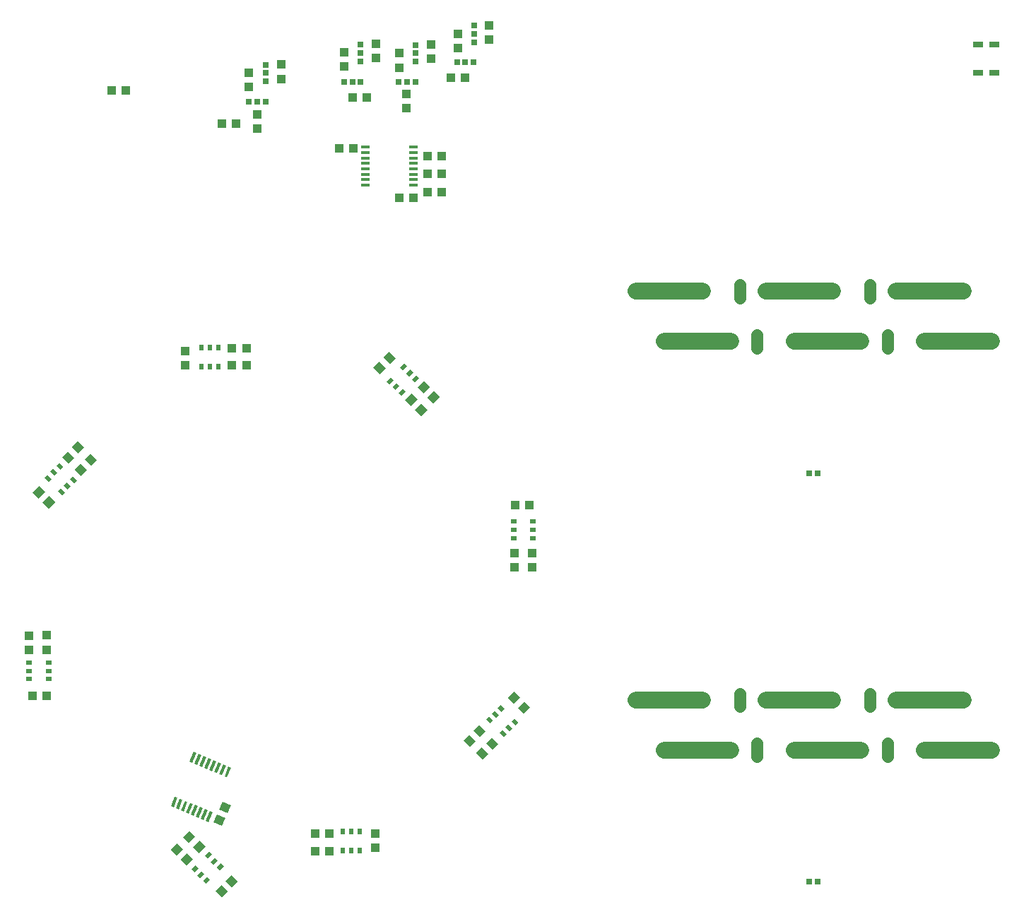
<source format=gbr>
G04 EAGLE Gerber RS-274X export*
G75*
%MOMM*%
%FSLAX34Y34*%
%LPD*%
%INSolderpaste Top*%
%IPPOS*%
%AMOC8*
5,1,8,0,0,1.08239X$1,22.5*%
G01*
%ADD10C,2.000000*%
%ADD11C,1.400000*%
%ADD12R,0.800000X0.800000*%
%ADD13R,1.000000X1.100000*%
%ADD14R,1.100000X1.000000*%
%ADD15R,1.260000X0.360000*%
%ADD16R,0.500000X0.700000*%
%ADD17R,0.700000X0.500000*%
%ADD18R,1.000000X0.450000*%
%ADD19R,1.200000X0.800000*%


D10*
X895000Y270000D02*
X815000Y270000D01*
D11*
X939500Y262000D02*
X939500Y278000D01*
D10*
X929000Y210000D02*
X849000Y210000D01*
X1005000Y210000D02*
X1085000Y210000D01*
D11*
X960500Y218000D02*
X960500Y202000D01*
D10*
X971000Y270000D02*
X1051000Y270000D01*
D11*
X1095500Y262000D02*
X1095500Y278000D01*
D12*
X1023000Y52000D03*
X1033000Y52000D03*
D10*
X1127000Y270000D02*
X1207000Y270000D01*
X1241000Y210000D02*
X1161000Y210000D01*
D11*
X1116500Y218000D02*
X1116500Y202000D01*
D10*
X895000Y760000D02*
X815000Y760000D01*
D11*
X939500Y752000D02*
X939500Y768000D01*
D10*
X929000Y700000D02*
X849000Y700000D01*
X1005000Y700000D02*
X1085000Y700000D01*
D11*
X960500Y708000D02*
X960500Y692000D01*
D10*
X971000Y760000D02*
X1051000Y760000D01*
D11*
X1095500Y752000D02*
X1095500Y768000D01*
D12*
X1023000Y542000D03*
X1033000Y542000D03*
D10*
X1127000Y760000D02*
X1207000Y760000D01*
X1241000Y700000D02*
X1161000Y700000D01*
D11*
X1116500Y708000D02*
X1116500Y692000D01*
D13*
X447800Y110200D03*
X430800Y110200D03*
G36*
X323441Y128261D02*
X319614Y119023D01*
X309453Y123233D01*
X313280Y132471D01*
X323441Y128261D01*
G37*
G36*
X329947Y143967D02*
X326120Y134729D01*
X315959Y138939D01*
X319786Y148177D01*
X329947Y143967D01*
G37*
X430800Y89100D03*
X447800Y89100D03*
D14*
X502900Y93000D03*
X502900Y110000D03*
D13*
G36*
X292363Y101414D02*
X299434Y94343D01*
X291657Y86566D01*
X284586Y93637D01*
X292363Y101414D01*
G37*
G36*
X280343Y113434D02*
X287414Y106363D01*
X279637Y98586D01*
X272566Y105657D01*
X280343Y113434D01*
G37*
G36*
X264637Y83586D02*
X257566Y90657D01*
X265343Y98434D01*
X272414Y91363D01*
X264637Y83586D01*
G37*
G36*
X276657Y71566D02*
X269586Y78637D01*
X277363Y86414D01*
X284434Y79343D01*
X276657Y71566D01*
G37*
G36*
X323686Y53263D02*
X330757Y60334D01*
X338534Y52557D01*
X331463Y45486D01*
X323686Y53263D01*
G37*
G36*
X311666Y41243D02*
X318737Y48314D01*
X326514Y40537D01*
X319443Y33466D01*
X311666Y41243D01*
G37*
D14*
X109000Y330500D03*
X109000Y347500D03*
X88100Y347400D03*
X88100Y330400D03*
D15*
G36*
X266157Y152845D02*
X261337Y141205D01*
X258011Y142583D01*
X262831Y154223D01*
X266157Y152845D01*
G37*
G36*
X272162Y150357D02*
X267342Y138717D01*
X264016Y140095D01*
X268836Y151735D01*
X272162Y150357D01*
G37*
G36*
X278167Y147870D02*
X273347Y136230D01*
X270021Y137608D01*
X274841Y149248D01*
X278167Y147870D01*
G37*
G36*
X284173Y145382D02*
X279353Y133742D01*
X276027Y135120D01*
X280847Y146760D01*
X284173Y145382D01*
G37*
G36*
X290178Y142895D02*
X285358Y131255D01*
X282032Y132633D01*
X286852Y144273D01*
X290178Y142895D01*
G37*
G36*
X296183Y140407D02*
X291363Y128767D01*
X288037Y130145D01*
X292857Y141785D01*
X296183Y140407D01*
G37*
G36*
X302188Y137920D02*
X297368Y126280D01*
X294042Y127658D01*
X298862Y139298D01*
X302188Y137920D01*
G37*
G36*
X308193Y135432D02*
X303373Y123792D01*
X300047Y125170D01*
X304867Y136810D01*
X308193Y135432D01*
G37*
G36*
X322243Y178755D02*
X327063Y190395D01*
X330389Y189017D01*
X325569Y177377D01*
X322243Y178755D01*
G37*
G36*
X316238Y181243D02*
X321058Y192883D01*
X324384Y191505D01*
X319564Y179865D01*
X316238Y181243D01*
G37*
G36*
X310233Y183730D02*
X315053Y195370D01*
X318379Y193992D01*
X313559Y182352D01*
X310233Y183730D01*
G37*
G36*
X304227Y186218D02*
X309047Y197858D01*
X312373Y196480D01*
X307553Y184840D01*
X304227Y186218D01*
G37*
G36*
X298222Y188705D02*
X303042Y200345D01*
X306368Y198967D01*
X301548Y187327D01*
X298222Y188705D01*
G37*
G36*
X292217Y191193D02*
X297037Y202833D01*
X300363Y201455D01*
X295543Y189815D01*
X292217Y191193D01*
G37*
G36*
X286212Y193680D02*
X291032Y205320D01*
X294358Y203942D01*
X289538Y192302D01*
X286212Y193680D01*
G37*
G36*
X280207Y196168D02*
X285027Y207808D01*
X288353Y206430D01*
X283533Y194790D01*
X280207Y196168D01*
G37*
D16*
X484000Y112500D03*
X474000Y112500D03*
X464000Y112500D03*
X464000Y89500D03*
X474000Y89500D03*
X484000Y89500D03*
D17*
G36*
X312961Y69354D02*
X317910Y74303D01*
X321445Y70768D01*
X316496Y65819D01*
X312961Y69354D01*
G37*
G36*
X305890Y76425D02*
X310839Y81374D01*
X314374Y77839D01*
X309425Y72890D01*
X305890Y76425D01*
G37*
G36*
X298819Y83496D02*
X303768Y88445D01*
X307303Y84910D01*
X302354Y79961D01*
X298819Y83496D01*
G37*
G36*
X282555Y67232D02*
X287504Y72181D01*
X291039Y68646D01*
X286090Y63697D01*
X282555Y67232D01*
G37*
G36*
X289626Y60161D02*
X294575Y65110D01*
X298110Y61575D01*
X293161Y56626D01*
X289626Y60161D01*
G37*
G36*
X296697Y53090D02*
X301646Y58039D01*
X305181Y54504D01*
X300232Y49555D01*
X296697Y53090D01*
G37*
X111500Y295000D03*
X111500Y305000D03*
X111500Y315000D03*
X88500Y315000D03*
X88500Y305000D03*
X88500Y295000D03*
D13*
X109500Y275000D03*
X92500Y275000D03*
G36*
X157414Y545637D02*
X150343Y538566D01*
X142566Y546343D01*
X149637Y553414D01*
X157414Y545637D01*
G37*
G36*
X169434Y557657D02*
X162363Y550586D01*
X154586Y558363D01*
X161657Y565434D01*
X169434Y557657D01*
G37*
G36*
X139586Y573363D02*
X146657Y580434D01*
X154434Y572657D01*
X147363Y565586D01*
X139586Y573363D01*
G37*
G36*
X127566Y561343D02*
X134637Y568414D01*
X142414Y560637D01*
X135343Y553566D01*
X127566Y561343D01*
G37*
D17*
G36*
X126354Y524039D02*
X131303Y519090D01*
X127768Y515555D01*
X122819Y520504D01*
X126354Y524039D01*
G37*
G36*
X133425Y531110D02*
X138374Y526161D01*
X134839Y522626D01*
X129890Y527575D01*
X133425Y531110D01*
G37*
G36*
X140496Y538181D02*
X145445Y533232D01*
X141910Y529697D01*
X136961Y534646D01*
X140496Y538181D01*
G37*
G36*
X124232Y554445D02*
X129181Y549496D01*
X125646Y545961D01*
X120697Y550910D01*
X124232Y554445D01*
G37*
G36*
X117161Y547374D02*
X122110Y542425D01*
X118575Y538890D01*
X113626Y543839D01*
X117161Y547374D01*
G37*
G36*
X110090Y540303D02*
X115039Y535354D01*
X111504Y531819D01*
X106555Y536768D01*
X110090Y540303D01*
G37*
D13*
G36*
X112363Y514414D02*
X119434Y507343D01*
X111657Y499566D01*
X104586Y506637D01*
X112363Y514414D01*
G37*
G36*
X100343Y526434D02*
X107414Y519363D01*
X99637Y511586D01*
X92566Y518657D01*
X100343Y526434D01*
G37*
X331500Y671000D03*
X348500Y671000D03*
X348500Y692000D03*
X331500Y692000D03*
D16*
X295000Y669500D03*
X305000Y669500D03*
X315000Y669500D03*
X315000Y692500D03*
X305000Y692500D03*
X295000Y692500D03*
D14*
X275000Y671500D03*
X275000Y688500D03*
D13*
G36*
X545637Y622586D02*
X538566Y629657D01*
X546343Y637434D01*
X553414Y630363D01*
X545637Y622586D01*
G37*
G36*
X557657Y610566D02*
X550586Y617637D01*
X558363Y625414D01*
X565434Y618343D01*
X557657Y610566D01*
G37*
G36*
X573363Y640414D02*
X580434Y633343D01*
X572657Y625566D01*
X565586Y632637D01*
X573363Y640414D01*
G37*
G36*
X561343Y652434D02*
X568414Y645363D01*
X560637Y637586D01*
X553566Y644657D01*
X561343Y652434D01*
G37*
D17*
G36*
X525039Y653646D02*
X520090Y648697D01*
X516555Y652232D01*
X521504Y657181D01*
X525039Y653646D01*
G37*
G36*
X532110Y646575D02*
X527161Y641626D01*
X523626Y645161D01*
X528575Y650110D01*
X532110Y646575D01*
G37*
G36*
X539181Y639504D02*
X534232Y634555D01*
X530697Y638090D01*
X535646Y643039D01*
X539181Y639504D01*
G37*
G36*
X555445Y655768D02*
X550496Y650819D01*
X546961Y654354D01*
X551910Y659303D01*
X555445Y655768D01*
G37*
G36*
X548374Y662839D02*
X543425Y657890D01*
X539890Y661425D01*
X544839Y666374D01*
X548374Y662839D01*
G37*
G36*
X541303Y669910D02*
X536354Y664961D01*
X532819Y668496D01*
X537768Y673445D01*
X541303Y669910D01*
G37*
D13*
G36*
X515414Y667637D02*
X508343Y660566D01*
X500566Y668343D01*
X507637Y675414D01*
X515414Y667637D01*
G37*
G36*
X527434Y679657D02*
X520363Y672586D01*
X512586Y680363D01*
X519657Y687434D01*
X527434Y679657D01*
G37*
D14*
X670000Y446500D03*
X670000Y429500D03*
X691000Y429500D03*
X691000Y446500D03*
D17*
X668500Y484000D03*
X668500Y474000D03*
X668500Y464000D03*
X691500Y464000D03*
X691500Y474000D03*
X691500Y484000D03*
D13*
X670500Y504000D03*
X687500Y504000D03*
G36*
X620586Y233363D02*
X627657Y240434D01*
X635434Y232657D01*
X628363Y225586D01*
X620586Y233363D01*
G37*
G36*
X608566Y221343D02*
X615637Y228414D01*
X623414Y220637D01*
X616343Y213566D01*
X608566Y221343D01*
G37*
G36*
X638414Y205637D02*
X631343Y198566D01*
X623566Y206343D01*
X630637Y213414D01*
X638414Y205637D01*
G37*
G36*
X650434Y217657D02*
X643363Y210586D01*
X635586Y218363D01*
X642657Y225434D01*
X650434Y217657D01*
G37*
D17*
G36*
X654646Y255961D02*
X649697Y260910D01*
X653232Y264445D01*
X658181Y259496D01*
X654646Y255961D01*
G37*
G36*
X647575Y248890D02*
X642626Y253839D01*
X646161Y257374D01*
X651110Y252425D01*
X647575Y248890D01*
G37*
G36*
X640504Y241819D02*
X635555Y246768D01*
X639090Y250303D01*
X644039Y245354D01*
X640504Y241819D01*
G37*
G36*
X656768Y225555D02*
X651819Y230504D01*
X655354Y234039D01*
X660303Y229090D01*
X656768Y225555D01*
G37*
G36*
X663839Y232626D02*
X658890Y237575D01*
X662425Y241110D01*
X667374Y236161D01*
X663839Y232626D01*
G37*
G36*
X670910Y239697D02*
X665961Y244646D01*
X669496Y248181D01*
X674445Y243232D01*
X670910Y239697D01*
G37*
D13*
G36*
X668637Y265586D02*
X661566Y272657D01*
X669343Y280434D01*
X676414Y273363D01*
X668637Y265586D01*
G37*
G36*
X680657Y253566D02*
X673586Y260637D01*
X681363Y268414D01*
X688434Y261343D01*
X680657Y253566D01*
G37*
X187000Y1000300D03*
X204000Y1000300D03*
X475600Y992300D03*
X492600Y992300D03*
D14*
X540500Y996400D03*
X540500Y979400D03*
X361500Y972200D03*
X361500Y955200D03*
D13*
X336000Y960500D03*
X319000Y960500D03*
D14*
X601700Y1068500D03*
X601700Y1051500D03*
X639500Y1061200D03*
X639500Y1078200D03*
X465500Y1046100D03*
X465500Y1029100D03*
X503500Y1039400D03*
X503500Y1056400D03*
X531500Y1045100D03*
X531500Y1028100D03*
X569700Y1038400D03*
X569700Y1055400D03*
X351500Y1021600D03*
X351500Y1004600D03*
X390700Y1014600D03*
X390700Y1031600D03*
D13*
X610800Y1015700D03*
X593800Y1015700D03*
D12*
X550900Y1035100D03*
X550900Y1045100D03*
X550900Y1055100D03*
X371700Y986900D03*
X361700Y986900D03*
X351700Y986900D03*
X371900Y1011500D03*
X371900Y1021500D03*
X371900Y1031500D03*
X620900Y1034100D03*
X610900Y1034100D03*
X600900Y1034100D03*
X621100Y1058300D03*
X621100Y1068300D03*
X621100Y1078300D03*
X485500Y1011100D03*
X475500Y1011100D03*
X465500Y1011100D03*
X485100Y1035700D03*
X485100Y1045700D03*
X485100Y1055700D03*
X551100Y1011100D03*
X541100Y1011100D03*
X531100Y1011100D03*
D18*
X549000Y887250D03*
X549000Y893750D03*
X549000Y900250D03*
X549000Y906750D03*
X549000Y913250D03*
X549000Y919750D03*
X549000Y926250D03*
X549000Y932750D03*
X491000Y932750D03*
X491000Y926250D03*
X491000Y919750D03*
X491000Y913250D03*
X491000Y906750D03*
X491000Y900250D03*
X491000Y893750D03*
X491000Y887250D03*
D14*
X565500Y922000D03*
X582500Y922000D03*
X565500Y901000D03*
X582500Y901000D03*
X476500Y931000D03*
X459500Y931000D03*
D13*
X565500Y879000D03*
X582500Y879000D03*
X548500Y872000D03*
X531500Y872000D03*
D19*
X1225000Y1021500D03*
X1225000Y1055500D03*
X1245000Y1055500D03*
X1245000Y1021500D03*
M02*

</source>
